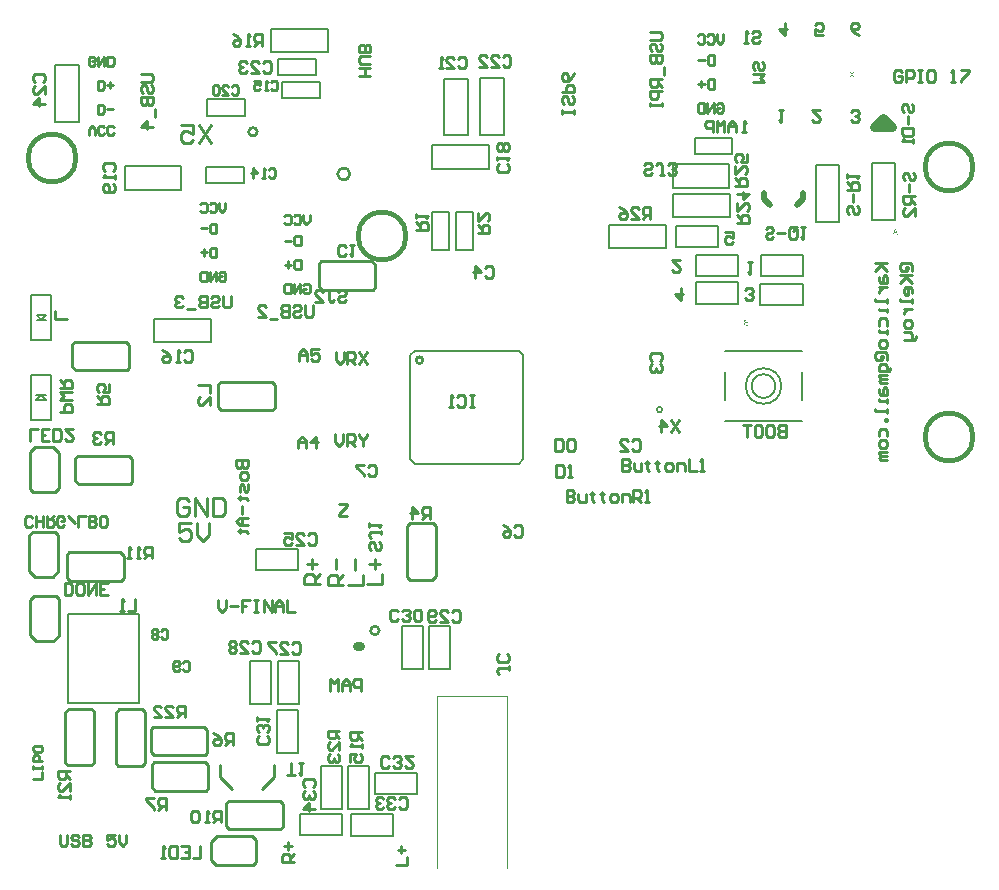
<source format=gbo>
G04 Layer_Color=32896*
%FSLAX44Y44*%
%MOMM*%
G71*
G01*
G75*
%ADD26C,0.2540*%
%ADD28C,0.4064*%
%ADD30C,0.8000*%
%ADD31C,0.5000*%
%ADD77C,0.1270*%
%ADD79C,0.2032*%
%ADD139C,0.1000*%
G36*
X995680Y621030D02*
X994989D01*
X994453Y622525D01*
X992373D01*
X991800Y621030D01*
X991055D01*
X993081Y625977D01*
X993788D01*
X995680Y621030D01*
D02*
G37*
G36*
X957092Y756561D02*
X959005Y753999D01*
X958217D01*
X956963Y755714D01*
X956931Y755757D01*
X956899Y755810D01*
X956819Y755923D01*
X956781Y755977D01*
X956754Y756020D01*
X956733Y756052D01*
X956728Y756057D01*
Y756062D01*
X956652Y755950D01*
X956620Y755902D01*
X956588Y755859D01*
X956561Y755816D01*
X956540Y755789D01*
X956529Y755768D01*
X956524Y755762D01*
X955270Y753999D01*
X954471D01*
X956326Y756593D01*
X954605Y758946D01*
X955318D01*
X956304Y757627D01*
X956385Y757520D01*
X956465Y757418D01*
X956529Y757322D01*
X956588Y757236D01*
X956636Y757166D01*
X956668Y757118D01*
X956685Y757097D01*
X956695Y757081D01*
X956701Y757075D01*
Y757070D01*
X956749Y757156D01*
X956813Y757258D01*
X956878Y757354D01*
X956942Y757456D01*
X957001Y757542D01*
X957028Y757579D01*
X957049Y757611D01*
X957070Y757638D01*
X957087Y757660D01*
X957092Y757670D01*
X957097Y757675D01*
X958003Y758946D01*
X958780D01*
X957092Y756561D01*
D02*
G37*
G36*
X869000Y543999D02*
X867119D01*
X866947Y544005D01*
X866792Y544010D01*
X866658Y544026D01*
X866594Y544032D01*
X866540Y544042D01*
X866492Y544048D01*
X866449Y544053D01*
X866411Y544064D01*
X866379Y544069D01*
X866352Y544075D01*
X866336D01*
X866326Y544080D01*
X866320D01*
X866202Y544112D01*
X866095Y544150D01*
X866004Y544192D01*
X865929Y544230D01*
X865865Y544267D01*
X865817Y544294D01*
X865790Y544316D01*
X865779Y544321D01*
X865699Y544391D01*
X865629Y544466D01*
X865565Y544541D01*
X865516Y544616D01*
X865474Y544680D01*
X865441Y544734D01*
X865431Y544755D01*
X865420Y544771D01*
X865415Y544776D01*
Y544782D01*
X865366Y544894D01*
X865329Y545012D01*
X865302Y545120D01*
X865281Y545221D01*
X865270Y545307D01*
Y545339D01*
X865265Y545371D01*
Y545398D01*
Y545414D01*
Y545425D01*
Y545430D01*
Y545511D01*
X865275Y545586D01*
X865302Y545731D01*
X865345Y545859D01*
X865388Y545966D01*
X865409Y546015D01*
X865431Y546057D01*
X865452Y546095D01*
X865474Y546127D01*
X865490Y546148D01*
X865500Y546165D01*
X865506Y546175D01*
X865511Y546181D01*
X865608Y546293D01*
X865720Y546384D01*
X865833Y546465D01*
X865945Y546524D01*
X866042Y546572D01*
X866085Y546588D01*
X866122Y546604D01*
X866154Y546615D01*
X866176Y546626D01*
X866192Y546631D01*
X866197D01*
X866074Y546701D01*
X865972Y546776D01*
X865881Y546851D01*
X865811Y546920D01*
X865752Y546985D01*
X865715Y547033D01*
X865699Y547054D01*
X865688Y547070D01*
X865683Y547076D01*
Y547081D01*
X865624Y547188D01*
X865581Y547290D01*
X865549Y547392D01*
X865527Y547483D01*
X865516Y547563D01*
X865506Y547622D01*
Y547644D01*
Y547660D01*
Y547671D01*
Y547676D01*
X865516Y547805D01*
X865538Y547923D01*
X865570Y548035D01*
X865602Y548131D01*
X865640Y548212D01*
X865656Y548249D01*
X865672Y548276D01*
X865688Y548298D01*
X865693Y548314D01*
X865704Y548325D01*
Y548330D01*
X865784Y548437D01*
X865870Y548534D01*
X865956Y548614D01*
X866042Y548678D01*
X866122Y548726D01*
X866181Y548764D01*
X866208Y548775D01*
X866224Y548785D01*
X866235Y548791D01*
X866240D01*
X866379Y548844D01*
X866524Y548882D01*
X866679Y548909D01*
X866819Y548925D01*
X866888Y548935D01*
X866947Y548941D01*
X867006D01*
X867055Y548946D01*
X869000D01*
Y543999D01*
D02*
G37*
%LPC*%
G36*
X993450Y625462D02*
X993402Y625301D01*
X993343Y625130D01*
X993284Y624958D01*
X993231Y624792D01*
X993204Y624717D01*
X993177Y624648D01*
X993156Y624583D01*
X993134Y624535D01*
X993118Y624487D01*
X993108Y624455D01*
X993097Y624433D01*
Y624428D01*
X992577Y623056D01*
X994265D01*
X993718Y624508D01*
X993660Y624685D01*
X993606Y624857D01*
X993558Y625017D01*
X993536Y625092D01*
X993520Y625162D01*
X993504Y625226D01*
X993488Y625285D01*
X993477Y625334D01*
X993467Y625382D01*
X993461Y625414D01*
X993456Y625441D01*
X993450Y625457D01*
Y625462D01*
D02*
G37*
G36*
X868346Y548362D02*
X867264D01*
X867172Y548357D01*
X867092D01*
X867017Y548351D01*
X866947Y548346D01*
X866888Y548340D01*
X866830Y548335D01*
X866781Y548330D01*
X866744Y548319D01*
X866706Y548314D01*
X866674Y548308D01*
X866653Y548303D01*
X866631Y548298D01*
X866620D01*
X866610Y548292D01*
X866529Y548260D01*
X866465Y548223D01*
X866406Y548180D01*
X866358Y548137D01*
X866320Y548099D01*
X866293Y548067D01*
X866277Y548046D01*
X866272Y548035D01*
X866229Y547965D01*
X866202Y547890D01*
X866181Y547815D01*
X866165Y547746D01*
X866154Y547687D01*
X866149Y547644D01*
Y547612D01*
Y547606D01*
Y547601D01*
X866154Y547505D01*
X866170Y547424D01*
X866192Y547349D01*
X866213Y547285D01*
X866235Y547237D01*
X866256Y547199D01*
X866272Y547178D01*
X866277Y547167D01*
X866331Y547108D01*
X866390Y547054D01*
X866454Y547011D01*
X866513Y546979D01*
X866567Y546952D01*
X866610Y546936D01*
X866642Y546926D01*
X866647Y546920D01*
X866653D01*
X866690Y546910D01*
X866733Y546904D01*
X866830Y546888D01*
X866937Y546877D01*
X867038Y546872D01*
X867130D01*
X867172Y546867D01*
X868346D01*
Y548362D01*
D02*
G37*
G36*
Y546283D02*
X867205D01*
X867038Y546277D01*
X866894Y546272D01*
X866830Y546261D01*
X866770Y546256D01*
X866717Y546250D01*
X866663Y546240D01*
X866620Y546234D01*
X866583Y546224D01*
X866556Y546218D01*
X866529Y546213D01*
X866508Y546208D01*
X866492Y546202D01*
X866487Y546197D01*
X866481D01*
X866390Y546159D01*
X866315Y546116D01*
X866245Y546073D01*
X866186Y546025D01*
X866143Y545982D01*
X866111Y545945D01*
X866090Y545923D01*
X866085Y545913D01*
X866036Y545832D01*
X865999Y545752D01*
X865977Y545672D01*
X865956Y545597D01*
X865945Y545527D01*
X865940Y545479D01*
Y545457D01*
Y545441D01*
Y545436D01*
Y545430D01*
X865945Y545345D01*
X865956Y545264D01*
X865972Y545195D01*
X865988Y545136D01*
X866010Y545082D01*
X866026Y545045D01*
X866036Y545023D01*
X866042Y545012D01*
X866079Y544948D01*
X866122Y544894D01*
X866165Y544846D01*
X866202Y544809D01*
X866240Y544776D01*
X866267Y544755D01*
X866288Y544744D01*
X866293Y544739D01*
X866352Y544707D01*
X866417Y544680D01*
X866476Y544653D01*
X866535Y544637D01*
X866588Y544621D01*
X866631Y544610D01*
X866658Y544605D01*
X866669D01*
X866722Y544600D01*
X866792Y544594D01*
X866867Y544589D01*
X866937D01*
X867006Y544584D01*
X868346D01*
Y546283D01*
D02*
G37*
%LPD*%
D26*
X453042Y708000D02*
G03*
X453042Y708000I-3592J0D01*
G01*
X556302Y285700D02*
G03*
X556302Y285700I-3592J0D01*
G01*
X593327Y514750D02*
G03*
X593327Y514750I-2827J0D01*
G01*
X531450Y672300D02*
G03*
X531450Y672300I-5080J0D01*
G01*
X421890Y161660D02*
Y171820D01*
Y161660D02*
X432050Y151500D01*
X467610Y161660D02*
Y171820D01*
X457450Y151500D02*
X467610Y161660D01*
X355500Y219250D02*
X357750Y217000D01*
Y179250D02*
Y217000D01*
X333500Y216250D02*
X336500Y219250D01*
X355500D01*
X333500Y177250D02*
Y216250D01*
X335500Y171250D02*
X355250D01*
X357750Y173750D02*
Y180500D01*
X355250Y171250D02*
X357750Y173750D01*
X333500Y173250D02*
Y177250D01*
Y173250D02*
X335500Y171250D01*
X312750Y219500D02*
X315000Y217250D01*
Y179500D02*
Y217250D01*
X290750Y216500D02*
X293750Y219500D01*
X312750D01*
X290750Y177500D02*
Y216500D01*
X292750Y171500D02*
X312500D01*
X315000Y174000D02*
Y180750D01*
X312500Y171500D02*
X315000Y174000D01*
X290750Y173500D02*
Y177500D01*
Y173500D02*
X292750Y171500D01*
X337750Y327750D02*
X340000Y330000D01*
X300000Y327750D02*
X337750D01*
X337000Y352000D02*
X340000Y349000D01*
Y330000D02*
Y349000D01*
X298000Y352000D02*
X337000D01*
X292000Y330250D02*
Y350000D01*
X294500Y327750D02*
X301250D01*
X292000Y330250D02*
X294500Y327750D01*
X294000Y352000D02*
X298000D01*
X292000Y350000D02*
X294000Y352000D01*
X472750Y117500D02*
X475000Y119750D01*
X435000Y117500D02*
X472750D01*
X472000Y141750D02*
X475000Y138750D01*
Y119750D02*
Y138750D01*
X433000Y141750D02*
X472000D01*
X427000Y120000D02*
Y139750D01*
X429500Y117500D02*
X436250D01*
X427000Y120000D02*
X429500Y117500D01*
X429000Y141750D02*
X433000D01*
X427000Y139750D02*
X429000Y141750D01*
X363750Y172000D02*
X366000Y174250D01*
X403750D01*
X363750Y153000D02*
X366750Y150000D01*
X363750Y153000D02*
Y172000D01*
X366750Y150000D02*
X405750D01*
X411750Y152000D02*
Y171750D01*
X402500Y174250D02*
X409250D01*
X411750Y171750D01*
X405750Y150000D02*
X409750D01*
X411750Y152000D01*
X408750Y180000D02*
X411000Y182250D01*
X371000Y180000D02*
X408750D01*
X408000Y204250D02*
X411000Y201250D01*
Y182250D02*
Y201250D01*
X369000Y204250D02*
X408000D01*
X363000Y182500D02*
Y202250D01*
X365500Y180000D02*
X372250D01*
X363000Y182500D02*
X365500Y180000D01*
X365000Y204250D02*
X369000D01*
X363000Y202250D02*
X365000Y204250D01*
X296500Y528000D02*
X298750Y530250D01*
X336500D01*
X296500Y509000D02*
X299500Y506000D01*
X296500Y509000D02*
Y528000D01*
X299500Y506000D02*
X338500D01*
X344500Y508000D02*
Y527750D01*
X335250Y530250D02*
X342000D01*
X344500Y527750D01*
X338500Y506000D02*
X342500D01*
X344500Y508000D01*
X580000Y330750D02*
X582250Y328500D01*
X580000Y330750D02*
Y368500D01*
X601250Y328500D02*
X604250Y331500D01*
X582250Y328500D02*
X601250D01*
X604250Y331500D02*
Y370500D01*
X582500Y376500D02*
X602250D01*
X580000Y367250D02*
Y374000D01*
X582500Y376500D01*
X604250Y370500D02*
Y374500D01*
X602250Y376500D02*
X604250Y374500D01*
X299250Y431500D02*
X301500Y433750D01*
X339250D01*
X299250Y412500D02*
X302250Y409500D01*
X299250Y412500D02*
Y431500D01*
X302250Y409500D02*
X341250D01*
X347250Y411500D02*
Y431250D01*
X338000Y433750D02*
X344750D01*
X347250Y431250D01*
X341250Y409500D02*
X345250D01*
X347250Y411500D01*
X260750Y405250D02*
X263000Y403000D01*
X282000D02*
X285000Y406000D01*
X263000Y403000D02*
X282000D01*
X260750Y405250D02*
Y436500D01*
X265250Y441000D01*
X285000Y406000D02*
Y436000D01*
X285000Y436000D02*
X285000Y436000D01*
X265250Y441000D02*
X280000D01*
X285000Y436000D01*
X449500Y87250D02*
X451750Y89500D01*
X448750Y111500D02*
X451750Y108500D01*
Y89500D02*
Y108500D01*
X418250Y87250D02*
X449500D01*
X413750Y91750D02*
X418250Y87250D01*
X418750Y111500D02*
X448750D01*
X418750Y111500D02*
X418750Y111500D01*
X413750Y91750D02*
Y106500D01*
X418750Y111500D01*
X466000Y472250D02*
X468250Y474500D01*
X428250Y472250D02*
X466000D01*
X465250Y496500D02*
X468250Y493500D01*
Y474500D02*
Y493500D01*
X426250Y496500D02*
X465250D01*
X420250Y474750D02*
Y494500D01*
X422750Y472250D02*
X429500D01*
X420250Y474750D02*
X422750Y472250D01*
X422250Y496500D02*
X426250D01*
X420250Y494500D02*
X422250Y496500D01*
X282750Y315000D02*
X285000Y312750D01*
X260750Y312000D02*
X263750Y315000D01*
X282750D01*
X285000Y281500D02*
Y312750D01*
X280500Y277000D02*
X285000Y281500D01*
X260750Y282000D02*
Y312000D01*
Y282000D02*
X260750Y282000D01*
X265750Y277000D02*
X280500D01*
X260750Y282000D02*
X265750Y277000D01*
X282250Y369250D02*
X284500Y367000D01*
X260250Y366250D02*
X263250Y369250D01*
X282250D01*
X284500Y335750D02*
Y367000D01*
X280000Y331250D02*
X284500Y335750D01*
X260250Y336250D02*
Y366250D01*
Y336250D02*
X260250Y336250D01*
X265250Y331250D02*
X280000D01*
X260250Y336250D02*
X265250Y331250D01*
X551000Y574000D02*
X553250Y576250D01*
X513250Y574000D02*
X551000D01*
X550250Y598250D02*
X553250Y595250D01*
Y576250D02*
Y595250D01*
X511250Y598250D02*
X550250D01*
X505250Y576500D02*
Y596250D01*
X507750Y574000D02*
X514500D01*
X505250Y576500D02*
X507750Y574000D01*
X507250Y598250D02*
X511250D01*
X505250Y596250D02*
X507250Y598250D01*
X975957Y596710D02*
X985953D01*
X982621D01*
X975957Y590046D01*
X980955Y595044D01*
X985953Y590046D01*
X979289Y585047D02*
Y581715D01*
X980955Y580049D01*
X985953D01*
Y585047D01*
X984287Y586713D01*
X982621Y585047D01*
Y580049D01*
X979289Y576716D02*
X985953D01*
X982621D01*
X980955Y575050D01*
X979289Y573384D01*
Y571718D01*
X985953Y566720D02*
Y563387D01*
Y565053D01*
X975957D01*
Y566720D01*
X985953Y558389D02*
Y555057D01*
Y556723D01*
X979289D01*
Y558389D01*
Y543394D02*
Y548392D01*
X980955Y550058D01*
X984287D01*
X985953Y548392D01*
Y543394D01*
Y540062D02*
Y536729D01*
Y538396D01*
X979289D01*
Y540062D01*
X985953Y530065D02*
Y526733D01*
X984287Y525066D01*
X980955D01*
X979289Y526733D01*
Y530065D01*
X980955Y531731D01*
X984287D01*
X985953Y530065D01*
X982621Y516736D02*
X980955D01*
Y518402D01*
X982621D01*
Y516736D01*
X980955Y515070D01*
X977623D01*
X975957Y516736D01*
Y520068D01*
X977623Y521734D01*
X984287D01*
X985953Y520068D01*
Y515070D01*
X989286Y508405D02*
Y506739D01*
X987619Y505073D01*
X979289D01*
Y510071D01*
X980955Y511737D01*
X984287D01*
X985953Y510071D01*
Y505073D01*
Y501741D02*
X979289D01*
Y500075D01*
X980955Y498408D01*
X985953D01*
X980955D01*
X979289Y496742D01*
X980955Y495076D01*
X985953D01*
X979289Y490078D02*
Y486745D01*
X980955Y485079D01*
X985953D01*
Y490078D01*
X984287Y491744D01*
X982621Y490078D01*
Y485079D01*
X985953Y481747D02*
Y478415D01*
Y480081D01*
X979289D01*
Y481747D01*
X985953Y473416D02*
Y470084D01*
Y471750D01*
X975957D01*
Y473416D01*
X985953Y465086D02*
X984287D01*
Y463420D01*
X985953D01*
Y465086D01*
X979289Y450091D02*
Y455089D01*
X980955Y456755D01*
X984287D01*
X985953Y455089D01*
Y450091D01*
Y445092D02*
Y441760D01*
X984287Y440094D01*
X980955D01*
X979289Y441760D01*
Y445092D01*
X980955Y446758D01*
X984287D01*
X985953Y445092D01*
Y436762D02*
X979289D01*
Y435095D01*
X980955Y433429D01*
X985953D01*
X980955D01*
X979289Y431763D01*
X980955Y430097D01*
X985953D01*
X1004045Y591712D02*
X1002379D01*
Y593378D01*
X1004045D01*
Y591712D01*
X1002379Y590046D01*
X999047D01*
X997381Y591712D01*
Y595044D01*
X999047Y596710D01*
X1005712D01*
X1007378Y595044D01*
Y590046D01*
X997381Y586713D02*
X1007378D01*
X1004045D01*
X997381Y580049D01*
X1002379Y585047D01*
X1007378Y580049D01*
Y571718D02*
Y575050D01*
X1005712Y576716D01*
X1002379D01*
X1000713Y575050D01*
Y571718D01*
X1002379Y570052D01*
X1004045D01*
Y576716D01*
X1007378Y566720D02*
Y563387D01*
Y565053D01*
X997381D01*
Y566720D01*
X1000713Y558389D02*
X1007378D01*
X1004045D01*
X1002379Y556723D01*
X1000713Y555057D01*
Y553391D01*
X1007378Y546726D02*
Y543394D01*
X1005712Y541728D01*
X1002379D01*
X1000713Y543394D01*
Y546726D01*
X1002379Y548392D01*
X1005712D01*
X1007378Y546726D01*
X1000713Y538396D02*
X1005712D01*
X1007378Y536729D01*
Y531731D01*
X1009044D01*
X1010710Y533397D01*
Y535063D01*
X1007378Y531731D02*
X1000713D01*
X666247Y255914D02*
Y252582D01*
Y254248D01*
X657916D01*
X656250Y252582D01*
Y250916D01*
X657916Y249250D01*
X664581Y265911D02*
X666247Y264245D01*
Y260913D01*
X664581Y259247D01*
X657916D01*
X656250Y260913D01*
Y264245D01*
X657916Y265911D01*
X587750Y624954D02*
X597747D01*
Y629953D01*
X596081Y631619D01*
X592748D01*
X591082Y629953D01*
Y624954D01*
Y628287D02*
X587750Y631619D01*
Y634951D02*
Y638284D01*
Y636617D01*
X597747D01*
X596081Y634951D01*
X496086Y366331D02*
X497752Y367997D01*
X501084D01*
X502750Y366331D01*
Y359666D01*
X501084Y358000D01*
X497752D01*
X496086Y359666D01*
X486089Y358000D02*
X492753D01*
X486089Y364664D01*
Y366331D01*
X487755Y367997D01*
X491087D01*
X492753Y366331D01*
X476092Y367997D02*
X482756D01*
Y362998D01*
X479424Y364664D01*
X477758D01*
X476092Y362998D01*
Y359666D01*
X477758Y358000D01*
X481090D01*
X482756Y359666D01*
X435253Y429750D02*
X445250D01*
Y424752D01*
X443584Y423086D01*
X441918D01*
X440252Y424752D01*
Y429750D01*
Y424752D01*
X438586Y423086D01*
X436919D01*
X435253Y424752D01*
Y429750D01*
X445250Y418087D02*
Y414755D01*
X443584Y413089D01*
X440252D01*
X438586Y414755D01*
Y418087D01*
X440252Y419753D01*
X443584D01*
X445250Y418087D01*
Y409756D02*
Y404758D01*
X443584Y403092D01*
X441918Y404758D01*
Y408090D01*
X440252Y409756D01*
X438586Y408090D01*
Y403092D01*
X436919Y398093D02*
X438586D01*
Y399760D01*
Y396427D01*
Y398093D01*
X443584D01*
X445250Y396427D01*
X440252Y391429D02*
Y384765D01*
X445250Y381432D02*
X438586D01*
X435253Y378100D01*
X438586Y374768D01*
X445250D01*
X440252D01*
Y381432D01*
X436919Y369769D02*
X438586D01*
Y371436D01*
Y368103D01*
Y369769D01*
X443584D01*
X445250Y368103D01*
X392000Y212250D02*
Y222247D01*
X387002D01*
X385336Y220581D01*
Y217248D01*
X387002Y215582D01*
X392000D01*
X388668D02*
X385336Y212250D01*
X375339D02*
X382003D01*
X375339Y218915D01*
Y220581D01*
X377005Y222247D01*
X380337D01*
X382003Y220581D01*
X365342Y212250D02*
X372006D01*
X365342Y218915D01*
Y220581D01*
X367008Y222247D01*
X370340D01*
X372006Y220581D01*
X294750Y166750D02*
X284753D01*
Y161752D01*
X286419Y160086D01*
X289752D01*
X291418Y161752D01*
Y166750D01*
Y163418D02*
X294750Y160086D01*
Y150089D02*
Y156753D01*
X288085Y150089D01*
X286419D01*
X284753Y151755D01*
Y155087D01*
X286419Y156753D01*
X294750Y146756D02*
Y143424D01*
Y145090D01*
X284753D01*
X286419Y146756D01*
X364250Y346750D02*
Y356747D01*
X359252D01*
X357585Y355081D01*
Y351748D01*
X359252Y350082D01*
X364250D01*
X360918D02*
X357585Y346750D01*
X354253D02*
X350921D01*
X352587D01*
Y356747D01*
X354253Y355081D01*
X345923Y346750D02*
X342590D01*
X344256D01*
Y356747D01*
X345923Y355081D01*
X422250Y123250D02*
Y133247D01*
X417252D01*
X415586Y131581D01*
Y128248D01*
X417252Y126582D01*
X422250D01*
X418918D02*
X415586Y123250D01*
X412253D02*
X408921D01*
X410587D01*
Y133247D01*
X412253Y131581D01*
X403923D02*
X402256Y133247D01*
X398924D01*
X397258Y131581D01*
Y124916D01*
X398924Y123250D01*
X402256D01*
X403923Y124916D01*
Y131581D01*
X375500Y134000D02*
Y143997D01*
X370502D01*
X368835Y142331D01*
Y138998D01*
X370502Y137332D01*
X375500D01*
X372168D02*
X368835Y134000D01*
X365503Y143997D02*
X358839D01*
Y142331D01*
X365503Y135666D01*
Y134000D01*
X432250Y188750D02*
Y198747D01*
X427252D01*
X425586Y197081D01*
Y193748D01*
X427252Y192082D01*
X432250D01*
X428918D02*
X425586Y188750D01*
X415589Y198747D02*
X418921Y197081D01*
X422253Y193748D01*
Y190416D01*
X420587Y188750D01*
X417255D01*
X415589Y190416D01*
Y192082D01*
X417255Y193748D01*
X422253D01*
X285750Y112997D02*
Y104666D01*
X287416Y103000D01*
X290748D01*
X292414Y104666D01*
Y112997D01*
X302411Y111331D02*
X300745Y112997D01*
X297413D01*
X295747Y111331D01*
Y109664D01*
X297413Y107998D01*
X300745D01*
X302411Y106332D01*
Y104666D01*
X300745Y103000D01*
X297413D01*
X295747Y104666D01*
X305744Y112997D02*
Y103000D01*
X310742D01*
X312408Y104666D01*
Y106332D01*
X310742Y107998D01*
X305744D01*
X310742D01*
X312408Y109664D01*
Y111331D01*
X310742Y112997D01*
X305744D01*
X332402D02*
X325737D01*
Y107998D01*
X329069Y109664D01*
X330736D01*
X332402Y107998D01*
Y104666D01*
X330736Y103000D01*
X327403D01*
X325737Y104666D01*
X335734Y112997D02*
Y106332D01*
X339066Y103000D01*
X342398Y106332D01*
Y112997D01*
X260500Y446503D02*
Y456500D01*
X267164D01*
X277161Y446503D02*
X270497D01*
Y456500D01*
X277161D01*
X270497Y451502D02*
X273829D01*
X280494Y446503D02*
Y456500D01*
X285492D01*
X287158Y454834D01*
Y448169D01*
X285492Y446503D01*
X280494D01*
X297155Y456500D02*
X290490D01*
X297155Y449836D01*
Y448169D01*
X295489Y446503D01*
X292157D01*
X290490Y448169D01*
X405000Y102997D02*
Y93000D01*
X398335D01*
X388339Y102997D02*
X395003D01*
Y93000D01*
X388339D01*
X395003Y97998D02*
X391671D01*
X385006Y102997D02*
Y93000D01*
X380008D01*
X378342Y94666D01*
Y101331D01*
X380008Y102997D01*
X385006D01*
X375010Y93000D02*
X371677D01*
X373344D01*
Y102997D01*
X375010Y101331D01*
X290000Y316003D02*
Y326000D01*
X294998D01*
X296665Y324334D01*
Y317669D01*
X294998Y316003D01*
X290000D01*
X304995D02*
X301663D01*
X299997Y317669D01*
Y324334D01*
X301663Y326000D01*
X304995D01*
X306661Y324334D01*
Y317669D01*
X304995Y316003D01*
X309994Y326000D02*
Y316003D01*
X316658Y326000D01*
Y316003D01*
X326655D02*
X319990D01*
Y326000D01*
X326655D01*
X319990Y321002D02*
X323323D01*
X262748Y375252D02*
X261249Y373753D01*
X258249D01*
X256750Y375252D01*
Y381250D01*
X258249Y382750D01*
X261249D01*
X262748Y381250D01*
X265747Y373753D02*
Y382750D01*
Y378251D01*
X271745D01*
Y373753D01*
Y382750D01*
X274744D02*
Y373753D01*
X279243D01*
X280742Y375252D01*
Y378251D01*
X279243Y379751D01*
X274744D01*
X277743D02*
X280742Y382750D01*
X289739Y375252D02*
X288240Y373753D01*
X285241D01*
X283741Y375252D01*
Y381250D01*
X285241Y382750D01*
X288240D01*
X289739Y381250D01*
Y378251D01*
X286740D01*
X292738Y382750D02*
X298736Y376752D01*
X301735Y373753D02*
Y382750D01*
X307733D01*
X310732Y373753D02*
Y382750D01*
X315231D01*
X316731Y381250D01*
Y379751D01*
X315231Y378251D01*
X310732D01*
X315231D01*
X316731Y376752D01*
Y375252D01*
X315231Y373753D01*
X310732D01*
X324228D02*
X321229D01*
X319730Y375252D01*
Y381250D01*
X321229Y382750D01*
X324228D01*
X325728Y381250D01*
Y375252D01*
X324228Y373753D01*
X390168Y258414D02*
X391501Y259747D01*
X394167D01*
X395500Y258414D01*
Y253083D01*
X394167Y251750D01*
X391501D01*
X390168Y253083D01*
X387503D02*
X386170Y251750D01*
X383504D01*
X382171Y253083D01*
Y258414D01*
X383504Y259747D01*
X386170D01*
X387503Y258414D01*
Y257082D01*
X386170Y255749D01*
X382171D01*
X371668Y285415D02*
X373001Y286747D01*
X375667D01*
X377000Y285415D01*
Y280083D01*
X375667Y278750D01*
X373001D01*
X371668Y280083D01*
X369003Y285415D02*
X367670Y286747D01*
X365004D01*
X363671Y285415D01*
Y284082D01*
X365004Y282749D01*
X363671Y281416D01*
Y280083D01*
X365004Y278750D01*
X367670D01*
X369003Y280083D01*
Y281416D01*
X367670Y282749D01*
X369003Y284082D01*
Y285415D01*
X367670Y282749D02*
X365004D01*
X402753Y493250D02*
X412750D01*
Y486586D01*
Y476589D02*
Y483253D01*
X406086Y476589D01*
X404419D01*
X402753Y478255D01*
Y481587D01*
X404419Y483253D01*
X810250Y463747D02*
X803586Y453750D01*
Y463747D02*
X810250Y453750D01*
X795255D02*
Y463747D01*
X800253Y458748D01*
X793589D01*
X528414Y604169D02*
X526748Y602503D01*
X523416D01*
X521750Y604169D01*
Y610834D01*
X523416Y612500D01*
X526748D01*
X528414Y610834D01*
X531747Y612500D02*
X535079D01*
X533413D01*
Y602503D01*
X531747Y604169D01*
X721497Y723000D02*
Y726332D01*
Y724666D01*
X711500D01*
Y723000D01*
Y726332D01*
X719831Y737995D02*
X721497Y736329D01*
Y732997D01*
X719831Y731331D01*
X718165D01*
X716498Y732997D01*
Y736329D01*
X714832Y737995D01*
X713166D01*
X711500Y736329D01*
Y732997D01*
X713166Y731331D01*
X711500Y741327D02*
X721497D01*
Y746326D01*
X719831Y747992D01*
X716498D01*
X714832Y746326D01*
Y741327D01*
X721497Y757989D02*
X719831Y754657D01*
X716498Y751324D01*
X713166D01*
X711500Y752990D01*
Y756323D01*
X713166Y757989D01*
X714832D01*
X716498Y756323D01*
Y751324D01*
X715000Y404747D02*
Y394750D01*
X719998D01*
X721665Y396416D01*
Y398082D01*
X719998Y399748D01*
X715000D01*
X719998D01*
X721665Y401414D01*
Y403081D01*
X719998Y404747D01*
X715000D01*
X724997Y401414D02*
Y396416D01*
X726663Y394750D01*
X731661D01*
Y401414D01*
X736660Y403081D02*
Y401414D01*
X734994D01*
X738326D01*
X736660D01*
Y396416D01*
X738326Y394750D01*
X744990Y403081D02*
Y401414D01*
X743324D01*
X746656D01*
X744990D01*
Y396416D01*
X746656Y394750D01*
X753321D02*
X756653D01*
X758319Y396416D01*
Y399748D01*
X756653Y401414D01*
X753321D01*
X751655Y399748D01*
Y396416D01*
X753321Y394750D01*
X761652D02*
Y401414D01*
X766650D01*
X768316Y399748D01*
Y394750D01*
X771648D02*
Y404747D01*
X776647D01*
X778313Y403081D01*
Y399748D01*
X776647Y398082D01*
X771648D01*
X774981D02*
X778313Y394750D01*
X781645D02*
X784977D01*
X783311D01*
Y404747D01*
X781645Y403081D01*
X761750Y430747D02*
Y420750D01*
X766748D01*
X768415Y422416D01*
Y424082D01*
X766748Y425748D01*
X761750D01*
X766748D01*
X768415Y427415D01*
Y429081D01*
X766748Y430747D01*
X761750D01*
X771747Y427415D02*
Y422416D01*
X773413Y420750D01*
X778411D01*
Y427415D01*
X783410Y429081D02*
Y427415D01*
X781743D01*
X785076D01*
X783410D01*
Y422416D01*
X785076Y420750D01*
X791740Y429081D02*
Y427415D01*
X790074D01*
X793406D01*
X791740D01*
Y422416D01*
X793406Y420750D01*
X800071D02*
X803403D01*
X805069Y422416D01*
Y425748D01*
X803403Y427415D01*
X800071D01*
X798405Y425748D01*
Y422416D01*
X800071Y420750D01*
X808402D02*
Y427415D01*
X813400D01*
X815066Y425748D01*
Y420750D01*
X818398Y430747D02*
Y420750D01*
X825063D01*
X828395D02*
X831727D01*
X830061D01*
Y430747D01*
X828395Y429081D01*
X546836Y424581D02*
X548502Y426247D01*
X551834D01*
X553500Y424581D01*
Y417916D01*
X551834Y416250D01*
X548502D01*
X546836Y417916D01*
X543503Y426247D02*
X536839D01*
Y424581D01*
X543503Y417916D01*
Y416250D01*
X670835Y373581D02*
X672502Y375247D01*
X675834D01*
X677500Y373581D01*
Y366916D01*
X675834Y365250D01*
X672502D01*
X670835Y366916D01*
X660839Y375247D02*
X664171Y373581D01*
X667503Y370248D01*
Y366916D01*
X665837Y365250D01*
X662505D01*
X660839Y366916D01*
Y368582D01*
X662505Y370248D01*
X667503D01*
X521836Y572581D02*
X523502Y574247D01*
X526834D01*
X528500Y572581D01*
Y570914D01*
X526834Y569248D01*
X523502D01*
X521836Y567582D01*
Y565916D01*
X523502Y564250D01*
X526834D01*
X528500Y565916D01*
X511839Y574247D02*
X515171D01*
X513505D01*
Y565916D01*
X515171Y564250D01*
X516837D01*
X518503Y565916D01*
X501842Y564250D02*
X508507D01*
X501842Y570914D01*
Y572581D01*
X503508Y574247D01*
X506840D01*
X508507Y572581D01*
X555831Y360415D02*
X557497Y358748D01*
Y355416D01*
X555831Y353750D01*
X554165D01*
X552498Y355416D01*
Y358748D01*
X550832Y360415D01*
X549166D01*
X547500Y358748D01*
Y355416D01*
X549166Y353750D01*
X557497Y370411D02*
Y367079D01*
Y368745D01*
X549166D01*
X547500Y367079D01*
Y365413D01*
X549166Y363747D01*
X547500Y373744D02*
Y377076D01*
Y375410D01*
X557497D01*
X555831Y373744D01*
X787169Y514336D02*
X785503Y516002D01*
Y519334D01*
X787169Y521000D01*
X793834D01*
X795500Y519334D01*
Y516002D01*
X793834Y514336D01*
X787169Y511003D02*
X785503Y509337D01*
Y506005D01*
X787169Y504339D01*
X788836D01*
X790502Y506005D01*
Y507671D01*
Y506005D01*
X792168Y504339D01*
X793834D01*
X795500Y506005D01*
Y509337D01*
X793834Y511003D01*
X317500Y477750D02*
X327497D01*
Y482748D01*
X325831Y484414D01*
X322498D01*
X320832Y482748D01*
Y477750D01*
Y481082D02*
X317500Y484414D01*
X327497Y494411D02*
Y487747D01*
X322498D01*
X324165Y491079D01*
Y492745D01*
X322498Y494411D01*
X319166D01*
X317500Y492745D01*
Y489413D01*
X319166Y487747D01*
X599000Y380250D02*
Y390247D01*
X594002D01*
X592336Y388581D01*
Y385248D01*
X594002Y383582D01*
X599000D01*
X595668D02*
X592336Y380250D01*
X584005D02*
Y390247D01*
X589003Y385248D01*
X582339D01*
X331000Y443500D02*
Y453497D01*
X326002D01*
X324336Y451831D01*
Y448498D01*
X326002Y446832D01*
X331000D01*
X327668D02*
X324336Y443500D01*
X321003Y451831D02*
X319337Y453497D01*
X316005D01*
X314339Y451831D01*
Y450164D01*
X316005Y448498D01*
X317671D01*
X316005D01*
X314339Y446832D01*
Y445166D01*
X316005Y443500D01*
X319337D01*
X321003Y445166D01*
X639750Y622705D02*
X649747D01*
Y627703D01*
X648081Y629369D01*
X644748D01*
X643082Y627703D01*
Y622705D01*
Y626037D02*
X639750Y629369D01*
Y639366D02*
Y632701D01*
X646414Y639366D01*
X648081D01*
X649747Y637700D01*
Y634367D01*
X648081Y632701D01*
X900800Y459567D02*
Y449570D01*
X895802D01*
X894136Y451236D01*
Y452902D01*
X895802Y454568D01*
X900800D01*
X895802D01*
X894136Y456235D01*
Y457901D01*
X895802Y459567D01*
X900800D01*
X885805D02*
X889137D01*
X890803Y457901D01*
Y451236D01*
X889137Y449570D01*
X885805D01*
X884139Y451236D01*
Y457901D01*
X885805Y459567D01*
X875808D02*
X879140D01*
X880806Y457901D01*
Y451236D01*
X879140Y449570D01*
X875808D01*
X874142Y451236D01*
Y457901D01*
X875808Y459567D01*
X870810D02*
X864145D01*
X867477D01*
Y449570D01*
X646086Y592581D02*
X647752Y594247D01*
X651084D01*
X652750Y592581D01*
Y585916D01*
X651084Y584250D01*
X647752D01*
X646086Y585916D01*
X637755Y584250D02*
Y594247D01*
X642753Y589248D01*
X636089D01*
X292247Y549750D02*
X282250D01*
Y556414D01*
X286500Y471000D02*
X296497D01*
Y475998D01*
X294831Y477664D01*
X291498D01*
X289832Y475998D01*
Y471000D01*
X296497Y480997D02*
X286500D01*
X289832Y484329D01*
X286500Y487661D01*
X296497D01*
X286500Y490994D02*
X296497D01*
Y495992D01*
X294831Y497658D01*
X291498D01*
X289832Y495992D01*
Y490994D01*
Y494326D02*
X286500Y497658D01*
X478250Y163753D02*
X484915D01*
X481582D01*
Y173750D01*
X488247D02*
X491579D01*
X489913D01*
Y163753D01*
X488247Y165419D01*
X263253Y160250D02*
X271250D01*
Y165582D01*
X263253Y168247D02*
Y170913D01*
Y169580D01*
X271250D01*
Y168247D01*
Y170913D01*
Y174912D02*
X263253D01*
Y178911D01*
X264585Y180244D01*
X267251D01*
X268584Y178911D01*
Y174912D01*
X263253Y186908D02*
Y184242D01*
X264585Y182909D01*
X269917D01*
X271250Y184242D01*
Y186908D01*
X269917Y188241D01*
X264585D01*
X263253Y186908D01*
X350000Y312247D02*
Y302250D01*
X343335D01*
X340003D02*
X336671D01*
X338337D01*
Y312247D01*
X340003Y310581D01*
X770335Y445831D02*
X772002Y447497D01*
X775334D01*
X777000Y445831D01*
Y439166D01*
X775334Y437500D01*
X772002D01*
X770335Y439166D01*
X760339Y437500D02*
X767003D01*
X760339Y444165D01*
Y445831D01*
X762005Y447497D01*
X765337D01*
X767003Y445831D01*
X637000Y484747D02*
X633668D01*
X635334D01*
Y474750D01*
X637000D01*
X633668D01*
X622005Y483081D02*
X623671Y484747D01*
X627003D01*
X628669Y483081D01*
Y476416D01*
X627003Y474750D01*
X623671D01*
X622005Y476416D01*
X618673Y474750D02*
X615340D01*
X617006D01*
Y484747D01*
X618673Y483081D01*
X867000Y707500D02*
X863668D01*
X865334D01*
Y717497D01*
X867000Y715831D01*
X858669Y707500D02*
Y714165D01*
X855337Y717497D01*
X852005Y714165D01*
Y707500D01*
Y712498D01*
X858669D01*
X848673Y707500D02*
Y717497D01*
X845340Y714165D01*
X842008Y717497D01*
Y707500D01*
X838676D02*
Y717497D01*
X833677D01*
X832011Y715831D01*
Y712498D01*
X833677Y710832D01*
X838676D01*
X868750Y597750D02*
X872082D01*
X870416D01*
Y587753D01*
X868750Y589419D01*
X810915Y599250D02*
X804250D01*
X810915Y592585D01*
Y590919D01*
X809248Y589253D01*
X805916D01*
X804250Y590919D01*
X866500Y567419D02*
X868166Y565753D01*
X871498D01*
X873165Y567419D01*
Y569086D01*
X871498Y570752D01*
X869832D01*
X871498D01*
X873165Y572418D01*
Y574084D01*
X871498Y575750D01*
X868166D01*
X866500Y574084D01*
X811748Y576000D02*
Y566003D01*
X806750Y571002D01*
X813415D01*
X849335Y623247D02*
X856000D01*
Y618248D01*
X852668Y619915D01*
X851002D01*
X849335Y618248D01*
Y614916D01*
X851002Y613250D01*
X854334D01*
X856000Y614916D01*
X462668Y675665D02*
X464001Y676997D01*
X466667D01*
X468000Y675665D01*
Y670333D01*
X466667Y669000D01*
X464001D01*
X462668Y670333D01*
X460003Y669000D02*
X457337D01*
X458670D01*
Y676997D01*
X460003Y675665D01*
X449339Y669000D02*
Y676997D01*
X453338Y672999D01*
X448006D01*
X464668Y749915D02*
X466001Y751247D01*
X468667D01*
X470000Y749915D01*
Y744583D01*
X468667Y743250D01*
X466001D01*
X464668Y744583D01*
X462003Y743250D02*
X459337D01*
X460670D01*
Y751247D01*
X462003Y749915D01*
X450006Y751247D02*
X455338D01*
Y747249D01*
X452672Y748582D01*
X451339D01*
X450006Y747249D01*
Y744583D01*
X451339Y743250D01*
X454005D01*
X455338Y744583D01*
X390835Y521331D02*
X392502Y522997D01*
X395834D01*
X397500Y521331D01*
Y514666D01*
X395834Y513000D01*
X392502D01*
X390835Y514666D01*
X387503Y513000D02*
X384171D01*
X385837D01*
Y522997D01*
X387503Y521331D01*
X372508Y522997D02*
X375840Y521331D01*
X379173Y517998D01*
Y514666D01*
X377506Y513000D01*
X374174D01*
X372508Y514666D01*
Y516332D01*
X374174Y517998D01*
X379173D01*
X664331Y680415D02*
X665997Y678748D01*
Y675416D01*
X664331Y673750D01*
X657666D01*
X656000Y675416D01*
Y678748D01*
X657666Y680415D01*
X656000Y683747D02*
Y687079D01*
Y685413D01*
X665997D01*
X664331Y683747D01*
Y692077D02*
X665997Y693744D01*
Y697076D01*
X664331Y698742D01*
X662664D01*
X660998Y697076D01*
X659332Y698742D01*
X657666D01*
X656000Y697076D01*
Y693744D01*
X657666Y692077D01*
X659332D01*
X660998Y693744D01*
X662664Y692077D01*
X664331D01*
X660998Y693744D02*
Y697076D01*
X324169Y675086D02*
X322503Y676752D01*
Y680084D01*
X324169Y681750D01*
X330834D01*
X332500Y680084D01*
Y676752D01*
X330834Y675086D01*
X332500Y671753D02*
Y668421D01*
Y670087D01*
X322503D01*
X324169Y671753D01*
X330834Y663423D02*
X332500Y661756D01*
Y658424D01*
X330834Y656758D01*
X324169D01*
X322503Y658424D01*
Y661756D01*
X324169Y663423D01*
X325835D01*
X327502Y661756D01*
Y656758D01*
X431418Y745915D02*
X432751Y747247D01*
X435417D01*
X436750Y745915D01*
Y740583D01*
X435417Y739250D01*
X432751D01*
X431418Y740583D01*
X423421Y739250D02*
X428753D01*
X423421Y744582D01*
Y745915D01*
X424754Y747247D01*
X427420D01*
X428753Y745915D01*
X420755D02*
X419422Y747247D01*
X416756D01*
X415424Y745915D01*
Y740583D01*
X416756Y739250D01*
X419422D01*
X420755Y740583D01*
Y745915D01*
X623344Y769970D02*
X625011Y771636D01*
X628343D01*
X630009Y769970D01*
Y763305D01*
X628343Y761639D01*
X625011D01*
X623344Y763305D01*
X613348Y761639D02*
X620012D01*
X613348Y768304D01*
Y769970D01*
X615014Y771636D01*
X618346D01*
X620012Y769970D01*
X610015Y761639D02*
X606683D01*
X608349D01*
Y771636D01*
X610015Y769970D01*
X660835Y771331D02*
X662502Y772997D01*
X665834D01*
X667500Y771331D01*
Y764666D01*
X665834Y763000D01*
X662502D01*
X660835Y764666D01*
X650839Y763000D02*
X657503D01*
X650839Y769665D01*
Y771331D01*
X652505Y772997D01*
X655837D01*
X657503Y771331D01*
X640842Y763000D02*
X647506D01*
X640842Y769665D01*
Y771331D01*
X642508Y772997D01*
X645840D01*
X647506Y771331D01*
X458086Y766331D02*
X459752Y767997D01*
X463084D01*
X464750Y766331D01*
Y759666D01*
X463084Y758000D01*
X459752D01*
X458086Y759666D01*
X448089Y758000D02*
X454753D01*
X448089Y764665D01*
Y766331D01*
X449755Y767997D01*
X453087D01*
X454753Y766331D01*
X444756D02*
X443090Y767997D01*
X439758D01*
X438092Y766331D01*
Y764665D01*
X439758Y762998D01*
X441424D01*
X439758D01*
X438092Y761332D01*
Y759666D01*
X439758Y758000D01*
X443090D01*
X444756Y759666D01*
X265169Y750086D02*
X263503Y751752D01*
Y755084D01*
X265169Y756750D01*
X271834D01*
X273500Y755084D01*
Y751752D01*
X271834Y750086D01*
X273500Y740089D02*
Y746753D01*
X266835Y740089D01*
X265169D01*
X263503Y741755D01*
Y745087D01*
X265169Y746753D01*
X273500Y731758D02*
X263503D01*
X268502Y736756D01*
Y730092D01*
X548997Y755250D02*
X539000D01*
X543998D01*
Y761915D01*
X548997D01*
X539000D01*
X548997Y765247D02*
X540666D01*
X539000Y766913D01*
Y770245D01*
X540666Y771911D01*
X548997D01*
Y775244D02*
X539000D01*
Y780242D01*
X540666Y781908D01*
X542332D01*
X543998Y780242D01*
Y775244D01*
Y780242D01*
X545664Y781908D01*
X547331D01*
X548997Y780242D01*
Y775244D01*
X457250Y780750D02*
Y790747D01*
X452252D01*
X450586Y789081D01*
Y785748D01*
X452252Y784082D01*
X457250D01*
X453918D02*
X450586Y780750D01*
X447253D02*
X443921D01*
X445587D01*
Y790747D01*
X447253Y789081D01*
X432258Y790747D02*
X435590Y789081D01*
X438923Y785748D01*
Y782416D01*
X437256Y780750D01*
X433924D01*
X432258Y782416D01*
Y784082D01*
X433924Y785748D01*
X438923D01*
X859500Y630750D02*
X869497D01*
Y635748D01*
X867831Y637415D01*
X864498D01*
X862832Y635748D01*
Y630750D01*
Y634082D02*
X859500Y637415D01*
Y647411D02*
Y640747D01*
X866164Y647411D01*
X867831D01*
X869497Y645745D01*
Y642413D01*
X867831Y640747D01*
X859500Y655742D02*
X869497D01*
X864498Y650744D01*
Y657408D01*
X858000Y662500D02*
X867997D01*
Y667498D01*
X866331Y669165D01*
X862998D01*
X861332Y667498D01*
Y662500D01*
Y665832D02*
X858000Y669165D01*
Y679161D02*
Y672497D01*
X864665Y679161D01*
X866331D01*
X867997Y677495D01*
Y674163D01*
X866331Y672497D01*
X867997Y689158D02*
Y682494D01*
X862998D01*
X864665Y685826D01*
Y687492D01*
X862998Y689158D01*
X859666D01*
X858000Y687492D01*
Y684160D01*
X859666Y682494D01*
X786000Y634000D02*
Y643997D01*
X781002D01*
X779335Y642331D01*
Y638998D01*
X781002Y637332D01*
X786000D01*
X782668D02*
X779335Y634000D01*
X769339D02*
X776003D01*
X769339Y640665D01*
Y642331D01*
X771005Y643997D01*
X774337D01*
X776003Y642331D01*
X759342Y643997D02*
X762674Y642331D01*
X766006Y638998D01*
Y635666D01*
X764340Y634000D01*
X761008D01*
X759342Y635666D01*
Y637332D01*
X761008Y638998D01*
X766006D01*
X871835Y791831D02*
X873502Y793497D01*
X876834D01*
X878500Y791831D01*
Y790164D01*
X876834Y788498D01*
X873502D01*
X871835Y786832D01*
Y785166D01*
X873502Y783500D01*
X876834D01*
X878500Y785166D01*
X868503Y783500D02*
X865171D01*
X866837D01*
Y793497D01*
X868503Y791831D01*
X1000419Y724836D02*
X998753Y726502D01*
Y729834D01*
X1000419Y731500D01*
X1002085D01*
X1003752Y729834D01*
Y726502D01*
X1005418Y724836D01*
X1007084D01*
X1008750Y726502D01*
Y729834D01*
X1007084Y731500D01*
X1003752Y721503D02*
Y714839D01*
X998753Y711507D02*
X1008750D01*
Y706508D01*
X1007084Y704842D01*
X1000419D01*
X998753Y706508D01*
Y711507D01*
X1008750Y701510D02*
Y698177D01*
Y699844D01*
X998753D01*
X1000419Y701510D01*
X890164Y618669D02*
X888498Y617003D01*
X885166D01*
X883500Y618669D01*
Y620336D01*
X885166Y622002D01*
X888498D01*
X890164Y623668D01*
Y625334D01*
X888498Y627000D01*
X885166D01*
X883500Y625334D01*
X893497Y622002D02*
X900161D01*
X910158Y625334D02*
Y618669D01*
X908492Y617003D01*
X905160D01*
X903493Y618669D01*
Y625334D01*
X905160Y627000D01*
X908492D01*
X906826Y623668D02*
X910158Y627000D01*
X908492D02*
X910158Y625334D01*
X913490Y627000D02*
X916823D01*
X915156D01*
Y617003D01*
X913490Y618669D01*
X960831Y645415D02*
X962497Y643748D01*
Y640416D01*
X960831Y638750D01*
X959165D01*
X957498Y640416D01*
Y643748D01*
X955832Y645415D01*
X954166D01*
X952500Y643748D01*
Y640416D01*
X954166Y638750D01*
X957498Y648747D02*
Y655411D01*
X952500Y658744D02*
X962497D01*
Y663742D01*
X960831Y665408D01*
X957498D01*
X955832Y663742D01*
Y658744D01*
Y662076D02*
X952500Y665408D01*
Y668740D02*
Y672073D01*
Y670406D01*
X962497D01*
X960831Y668740D01*
X1001419Y666835D02*
X999753Y668502D01*
Y671834D01*
X1001419Y673500D01*
X1003085D01*
X1004752Y671834D01*
Y668502D01*
X1006418Y666835D01*
X1008084D01*
X1009750Y668502D01*
Y671834D01*
X1008084Y673500D01*
X1004752Y663503D02*
Y656839D01*
X1009750Y653506D02*
X999753D01*
Y648508D01*
X1001419Y646842D01*
X1004752D01*
X1006418Y648508D01*
Y653506D01*
Y650174D02*
X1009750Y646842D01*
Y636845D02*
Y643510D01*
X1003085Y636845D01*
X1001419D01*
X999753Y638511D01*
Y641843D01*
X1001419Y643510D01*
X787664Y673419D02*
X785998Y671753D01*
X782666D01*
X781000Y673419D01*
Y675086D01*
X782666Y676752D01*
X785998D01*
X787664Y678418D01*
Y680084D01*
X785998Y681750D01*
X782666D01*
X781000Y680084D01*
X797661Y671753D02*
X794329D01*
X795995D01*
Y680084D01*
X794329Y681750D01*
X792663D01*
X790997Y680084D01*
X800994Y673419D02*
X802660Y671753D01*
X805992D01*
X807658Y673419D01*
Y675086D01*
X805992Y676752D01*
X804326D01*
X805992D01*
X807658Y678418D01*
Y680084D01*
X805992Y681750D01*
X802660D01*
X800994Y680084D01*
X482585Y274581D02*
X484252Y276247D01*
X487584D01*
X489250Y274581D01*
Y267916D01*
X487584Y266250D01*
X484252D01*
X482585Y267916D01*
X472589Y266250D02*
X479253D01*
X472589Y272915D01*
Y274581D01*
X474255Y276247D01*
X477587D01*
X479253Y274581D01*
X469256Y276247D02*
X462592D01*
Y274581D01*
X469256Y267916D01*
Y266250D01*
X448835Y275081D02*
X450502Y276747D01*
X453834D01*
X455500Y275081D01*
Y268416D01*
X453834Y266750D01*
X450502D01*
X448835Y268416D01*
X438839Y266750D02*
X445503D01*
X438839Y273414D01*
Y275081D01*
X440505Y276747D01*
X443837D01*
X445503Y275081D01*
X435506D02*
X433840Y276747D01*
X430508D01*
X428842Y275081D01*
Y273414D01*
X430508Y271748D01*
X428842Y270082D01*
Y268416D01*
X430508Y266750D01*
X433840D01*
X435506Y268416D01*
Y270082D01*
X433840Y271748D01*
X435506Y273414D01*
Y275081D01*
X433840Y271748D02*
X430508D01*
X617855Y301621D02*
X619522Y303287D01*
X622854D01*
X624520Y301621D01*
Y294956D01*
X622854Y293290D01*
X619522D01*
X617855Y294956D01*
X607859Y293290D02*
X614523D01*
X607859Y299955D01*
Y301621D01*
X609525Y303287D01*
X612857D01*
X614523Y301621D01*
X604526Y294956D02*
X602860Y293290D01*
X599528D01*
X597862Y294956D01*
Y301621D01*
X599528Y303287D01*
X602860D01*
X604526Y301621D01*
Y299955D01*
X602860Y298289D01*
X597862D01*
X572184Y295210D02*
X570518Y293543D01*
X567186D01*
X565520Y295210D01*
Y301874D01*
X567186Y303540D01*
X570518D01*
X572184Y301874D01*
X575517Y295210D02*
X577183Y293543D01*
X580515D01*
X582181Y295210D01*
Y296876D01*
X580515Y298542D01*
X578849D01*
X580515D01*
X582181Y300208D01*
Y301874D01*
X580515Y303540D01*
X577183D01*
X575517Y301874D01*
X585513Y295210D02*
X587180Y293543D01*
X590512D01*
X592178Y295210D01*
Y301874D01*
X590512Y303540D01*
X587180D01*
X585513Y301874D01*
Y295210D01*
X461581Y196164D02*
X463247Y194498D01*
Y191166D01*
X461581Y189500D01*
X454916D01*
X453250Y191166D01*
Y194498D01*
X454916Y196164D01*
X461581Y199497D02*
X463247Y201163D01*
Y204495D01*
X461581Y206161D01*
X459915D01*
X458248Y204495D01*
Y202829D01*
Y204495D01*
X456582Y206161D01*
X454916D01*
X453250Y204495D01*
Y201163D01*
X454916Y199497D01*
X453250Y209494D02*
Y212826D01*
Y211160D01*
X463247D01*
X461581Y209494D01*
X564664Y171419D02*
X562998Y169753D01*
X559666D01*
X558000Y171419D01*
Y178084D01*
X559666Y179750D01*
X562998D01*
X564664Y178084D01*
X567997Y171419D02*
X569663Y169753D01*
X572995D01*
X574661Y171419D01*
Y173085D01*
X572995Y174752D01*
X571329D01*
X572995D01*
X574661Y176418D01*
Y178084D01*
X572995Y179750D01*
X569663D01*
X567997Y178084D01*
X584658Y179750D02*
X577994D01*
X584658Y173085D01*
Y171419D01*
X582992Y169753D01*
X579660D01*
X577994Y171419D01*
X573335Y142831D02*
X575002Y144497D01*
X578334D01*
X580000Y142831D01*
Y136166D01*
X578334Y134500D01*
X575002D01*
X573335Y136166D01*
X570003Y142831D02*
X568337Y144497D01*
X565005D01*
X563339Y142831D01*
Y141165D01*
X565005Y139498D01*
X566671D01*
X565005D01*
X563339Y137832D01*
Y136166D01*
X565005Y134500D01*
X568337D01*
X570003Y136166D01*
X560006Y142831D02*
X558340Y144497D01*
X555008D01*
X553342Y142831D01*
Y141165D01*
X555008Y139498D01*
X556674D01*
X555008D01*
X553342Y137832D01*
Y136166D01*
X555008Y134500D01*
X558340D01*
X560006Y136166D01*
X493669Y153085D02*
X492003Y154752D01*
Y158084D01*
X493669Y159750D01*
X500334D01*
X502000Y158084D01*
Y154752D01*
X500334Y153085D01*
X493669Y149753D02*
X492003Y148087D01*
Y144755D01*
X493669Y143089D01*
X495336D01*
X497002Y144755D01*
Y146421D01*
Y144755D01*
X498668Y143089D01*
X500334D01*
X502000Y144755D01*
Y148087D01*
X500334Y149753D01*
X502000Y134758D02*
X492003D01*
X497002Y139756D01*
Y133092D01*
X541250Y234750D02*
Y244747D01*
X536252D01*
X534585Y243081D01*
Y239748D01*
X536252Y238082D01*
X541250D01*
X531253Y234750D02*
Y241415D01*
X527921Y244747D01*
X524589Y241415D01*
Y234750D01*
Y239748D01*
X531253D01*
X521256Y234750D02*
Y244747D01*
X517924Y241415D01*
X514592Y244747D01*
Y234750D01*
X541500Y199750D02*
X531503D01*
Y194752D01*
X533169Y193085D01*
X536502D01*
X538168Y194752D01*
Y199750D01*
Y196418D02*
X541500Y193085D01*
Y189753D02*
Y186421D01*
Y188087D01*
X531503D01*
X533169Y189753D01*
X531503Y174758D02*
Y181423D01*
X536502D01*
X534836Y178090D01*
Y176424D01*
X536502Y174758D01*
X539834D01*
X541500Y176424D01*
Y179756D01*
X539834Y181423D01*
X522750Y201000D02*
X512753D01*
Y196002D01*
X514419Y194335D01*
X517752D01*
X519418Y196002D01*
Y201000D01*
Y197668D02*
X522750Y194335D01*
Y184339D02*
Y191003D01*
X516086Y184339D01*
X514419D01*
X512753Y186005D01*
Y189337D01*
X514419Y191003D01*
Y181006D02*
X512753Y179340D01*
Y176008D01*
X514419Y174342D01*
X516086D01*
X517752Y176008D01*
Y177674D01*
Y176008D01*
X519418Y174342D01*
X521084D01*
X522750Y176008D01*
Y179340D01*
X521084Y181006D01*
X500250Y560997D02*
Y552666D01*
X498584Y551000D01*
X495252D01*
X493586Y552666D01*
Y560997D01*
X483589Y559331D02*
X485255Y560997D01*
X488587D01*
X490253Y559331D01*
Y557664D01*
X488587Y555998D01*
X485255D01*
X483589Y554332D01*
Y552666D01*
X485255Y551000D01*
X488587D01*
X490253Y552666D01*
X480256Y560997D02*
Y551000D01*
X475258D01*
X473592Y552666D01*
Y554332D01*
X475258Y555998D01*
X480256D01*
X475258D01*
X473592Y557664D01*
Y559331D01*
X475258Y560997D01*
X480256D01*
X470260Y549334D02*
X463595D01*
X453598Y551000D02*
X460263D01*
X453598Y557664D01*
Y559331D01*
X455265Y560997D01*
X458597D01*
X460263Y559331D01*
X430500Y569247D02*
Y560916D01*
X428834Y559250D01*
X425502D01*
X423835Y560916D01*
Y569247D01*
X413839Y567581D02*
X415505Y569247D01*
X418837D01*
X420503Y567581D01*
Y565914D01*
X418837Y564248D01*
X415505D01*
X413839Y562582D01*
Y560916D01*
X415505Y559250D01*
X418837D01*
X420503Y560916D01*
X410506Y569247D02*
Y559250D01*
X405508D01*
X403842Y560916D01*
Y562582D01*
X405508Y564248D01*
X410506D01*
X405508D01*
X403842Y565914D01*
Y567581D01*
X405508Y569247D01*
X410506D01*
X400510Y557584D02*
X393845D01*
X390513Y567581D02*
X388847Y569247D01*
X385514D01*
X383848Y567581D01*
Y565914D01*
X385514Y564248D01*
X387181D01*
X385514D01*
X383848Y562582D01*
Y560916D01*
X385514Y559250D01*
X388847D01*
X390513Y560916D01*
X355003Y757250D02*
X363334D01*
X365000Y755584D01*
Y752252D01*
X363334Y750585D01*
X355003D01*
X356669Y740589D02*
X355003Y742255D01*
Y745587D01*
X356669Y747253D01*
X358335D01*
X360002Y745587D01*
Y742255D01*
X361668Y740589D01*
X363334D01*
X365000Y742255D01*
Y745587D01*
X363334Y747253D01*
X355003Y737256D02*
X365000D01*
Y732258D01*
X363334Y730592D01*
X361668D01*
X360002Y732258D01*
Y737256D01*
Y732258D01*
X358335Y730592D01*
X356669D01*
X355003Y732258D01*
Y737256D01*
X366666Y727260D02*
Y720595D01*
X365000Y712264D02*
X355003D01*
X360002Y717263D01*
Y710598D01*
X785753Y792750D02*
X794084D01*
X795750Y791084D01*
Y787752D01*
X794084Y786086D01*
X785753D01*
X787419Y776089D02*
X785753Y777755D01*
Y781087D01*
X787419Y782753D01*
X789085D01*
X790752Y781087D01*
Y777755D01*
X792418Y776089D01*
X794084D01*
X795750Y777755D01*
Y781087D01*
X794084Y782753D01*
X785753Y772756D02*
X795750D01*
Y767758D01*
X794084Y766092D01*
X792418D01*
X790752Y767758D01*
Y772756D01*
Y767758D01*
X789085Y766092D01*
X787419D01*
X785753Y767758D01*
Y772756D01*
X797416Y762760D02*
Y756095D01*
X795750Y752763D02*
X785753D01*
Y747765D01*
X787419Y746098D01*
X790752D01*
X792418Y747765D01*
Y752763D01*
Y749431D02*
X795750Y746098D01*
Y742766D02*
X785753D01*
Y737768D01*
X787419Y736102D01*
X790752D01*
X792418Y737768D01*
Y742766D01*
X785753Y732769D02*
Y729437D01*
Y731103D01*
X795750D01*
Y732769D01*
Y729437D01*
X414000Y713985D02*
X403843Y698750D01*
Y713985D02*
X414000Y698750D01*
X388608Y713985D02*
X398765D01*
Y706367D01*
X393687Y708907D01*
X391147D01*
X388608Y706367D01*
Y701289D01*
X391147Y698750D01*
X396226D01*
X398765Y701289D01*
X847480Y790417D02*
Y785086D01*
X844814Y782420D01*
X842148Y785086D01*
Y790417D01*
X834151Y789084D02*
X835484Y790417D01*
X838150D01*
X839483Y789084D01*
Y783753D01*
X838150Y782420D01*
X835484D01*
X834151Y783753D01*
X826153Y789084D02*
X827486Y790417D01*
X830152D01*
X831485Y789084D01*
Y783753D01*
X830152Y782420D01*
X827486D01*
X826153Y783753D01*
X839860Y772637D02*
Y764640D01*
X835861D01*
X834528Y765973D01*
Y771304D01*
X835861Y772637D01*
X839860D01*
X831863Y768639D02*
X826531D01*
X839860Y752317D02*
Y744320D01*
X835861D01*
X834528Y745653D01*
Y750984D01*
X835861Y752317D01*
X839860D01*
X831863Y748319D02*
X826531D01*
X829197Y750984D02*
Y745653D01*
X842148Y730665D02*
X843481Y731997D01*
X846147D01*
X847480Y730665D01*
Y725333D01*
X846147Y724000D01*
X843481D01*
X842148Y725333D01*
Y727999D01*
X844814D01*
X839483Y724000D02*
Y731997D01*
X834151Y724000D01*
Y731997D01*
X831485D02*
Y724000D01*
X827486D01*
X826153Y725333D01*
Y730665D01*
X827486Y731997D01*
X831485D01*
X310270Y705333D02*
Y710664D01*
X312936Y713330D01*
X315602Y710664D01*
Y705333D01*
X323599Y706665D02*
X322266Y705333D01*
X319600D01*
X318267Y706665D01*
Y711997D01*
X319600Y713330D01*
X322266D01*
X323599Y711997D01*
X331596Y706665D02*
X330264Y705333D01*
X327598D01*
X326265Y706665D01*
Y711997D01*
X327598Y713330D01*
X330264D01*
X331596Y711997D01*
X317890Y723113D02*
Y731110D01*
X321889D01*
X323222Y729777D01*
Y724445D01*
X321889Y723113D01*
X317890D01*
X325887Y727111D02*
X331219D01*
X317890Y743433D02*
Y751430D01*
X321889D01*
X323222Y750097D01*
Y744765D01*
X321889Y743433D01*
X317890D01*
X325887Y747431D02*
X331219D01*
X328553Y744765D02*
Y750097D01*
X315602Y765086D02*
X314269Y763753D01*
X311603D01*
X310270Y765086D01*
Y770417D01*
X311603Y771750D01*
X314269D01*
X315602Y770417D01*
Y767751D01*
X312936D01*
X318267Y771750D02*
Y763753D01*
X323599Y771750D01*
Y763753D01*
X326265D02*
Y771750D01*
X330264D01*
X331596Y770417D01*
Y765086D01*
X330264Y763753D01*
X326265D01*
X426230Y647917D02*
Y642586D01*
X423564Y639920D01*
X420898Y642586D01*
Y647917D01*
X412901Y646584D02*
X414234Y647917D01*
X416900D01*
X418233Y646584D01*
Y641253D01*
X416900Y639920D01*
X414234D01*
X412901Y641253D01*
X404904Y646584D02*
X406236Y647917D01*
X408902D01*
X410235Y646584D01*
Y641253D01*
X408902Y639920D01*
X406236D01*
X404904Y641253D01*
X418610Y630137D02*
Y622140D01*
X414611D01*
X413278Y623473D01*
Y628805D01*
X414611Y630137D01*
X418610D01*
X410613Y626139D02*
X405281D01*
X418610Y609817D02*
Y601820D01*
X414611D01*
X413278Y603153D01*
Y608484D01*
X414611Y609817D01*
X418610D01*
X410613Y605819D02*
X405281D01*
X407947Y608484D02*
Y603153D01*
X420898Y588164D02*
X422231Y589497D01*
X424897D01*
X426230Y588164D01*
Y582833D01*
X424897Y581500D01*
X422231D01*
X420898Y582833D01*
Y585499D01*
X423564D01*
X418233Y581500D02*
Y589497D01*
X412901Y581500D01*
Y589497D01*
X410235D02*
Y581500D01*
X406236D01*
X404904Y582833D01*
Y588164D01*
X406236Y589497D01*
X410235D01*
X497480Y637667D02*
Y632336D01*
X494814Y629670D01*
X492148Y632336D01*
Y637667D01*
X484151Y636334D02*
X485484Y637667D01*
X488150D01*
X489483Y636334D01*
Y631003D01*
X488150Y629670D01*
X485484D01*
X484151Y631003D01*
X476154Y636334D02*
X477486Y637667D01*
X480152D01*
X481485Y636334D01*
Y631003D01*
X480152Y629670D01*
X477486D01*
X476154Y631003D01*
X489860Y619887D02*
Y611890D01*
X485861D01*
X484528Y613223D01*
Y618554D01*
X485861Y619887D01*
X489860D01*
X481863Y615889D02*
X476531D01*
X489860Y599567D02*
Y591570D01*
X485861D01*
X484528Y592903D01*
Y598234D01*
X485861Y599567D01*
X489860D01*
X481863Y595569D02*
X476531D01*
X479197Y598234D02*
Y592903D01*
X492148Y577915D02*
X493481Y579247D01*
X496147D01*
X497480Y577915D01*
Y572583D01*
X496147Y571250D01*
X493481D01*
X492148Y572583D01*
Y575249D01*
X494814D01*
X489483Y571250D02*
Y579247D01*
X484151Y571250D01*
Y579247D01*
X481485D02*
Y571250D01*
X477486D01*
X476154Y572583D01*
Y577915D01*
X477486Y579247D01*
X481485D01*
X874179Y760445D02*
X872513Y762112D01*
Y765444D01*
X874179Y767110D01*
X875845D01*
X877512Y765444D01*
Y762112D01*
X879178Y760445D01*
X880844D01*
X882510Y762112D01*
Y765444D01*
X880844Y767110D01*
X872513Y757113D02*
X882510D01*
X879178Y753781D01*
X882510Y750449D01*
X872513D01*
X962834Y790133D02*
X959502Y791799D01*
X956170Y795132D01*
Y798464D01*
X957836Y800130D01*
X961168D01*
X962834Y798464D01*
Y796798D01*
X961168Y795132D01*
X956170D01*
X932355Y790133D02*
X925690D01*
Y795132D01*
X929022Y793465D01*
X930688D01*
X932355Y795132D01*
Y798464D01*
X930688Y800130D01*
X927356D01*
X925690Y798464D01*
X900208Y800130D02*
Y790133D01*
X895210Y795132D01*
X901874D01*
X956170Y718139D02*
X957836Y716473D01*
X961168D01*
X962834Y718139D01*
Y719806D01*
X961168Y721472D01*
X959502D01*
X961168D01*
X962834Y723138D01*
Y724804D01*
X961168Y726470D01*
X957836D01*
X956170Y724804D01*
X929815Y726470D02*
X923150D01*
X929815Y719806D01*
Y718139D01*
X928148Y716473D01*
X924816D01*
X923150Y718139D01*
X895210Y726470D02*
X898542D01*
X896876D01*
Y716473D01*
X895210Y718139D01*
X546004Y324750D02*
X559000D01*
Y333414D01*
X552502Y337746D02*
Y346410D01*
X548170Y342078D02*
X556834D01*
X529754Y324250D02*
X542750D01*
Y332914D01*
X536252Y337246D02*
Y345910D01*
X526000Y324500D02*
X513004D01*
Y330998D01*
X515170Y333164D01*
X519502D01*
X521668Y330998D01*
Y324500D01*
Y328832D02*
X526000Y333164D01*
X519502Y337496D02*
Y346160D01*
X506000Y324750D02*
X493004D01*
Y331248D01*
X495170Y333414D01*
X499502D01*
X501668Y331248D01*
Y324750D01*
Y329082D02*
X506000Y333414D01*
X499502Y337746D02*
Y346410D01*
X495170Y342078D02*
X503834D01*
X420250Y311247D02*
Y304582D01*
X423582Y301250D01*
X426914Y304582D01*
Y311247D01*
X430247Y306248D02*
X436911D01*
X446908Y311247D02*
X440244D01*
Y306248D01*
X443576D01*
X440244D01*
Y301250D01*
X450240Y311247D02*
X453573D01*
X451907D01*
Y301250D01*
X450240D01*
X453573D01*
X458571D02*
Y311247D01*
X465235Y301250D01*
Y311247D01*
X468568Y301250D02*
Y307915D01*
X471900Y311247D01*
X475232Y307915D01*
Y301250D01*
Y306248D01*
X468568D01*
X478564Y311247D02*
Y301250D01*
X485229D01*
X484000Y90000D02*
X474003D01*
Y94998D01*
X475669Y96664D01*
X479002D01*
X480668Y94998D01*
Y90000D01*
Y93332D02*
X484000Y96664D01*
X479002Y99997D02*
Y106661D01*
X475669Y103329D02*
X482334D01*
X570253Y87000D02*
X580250D01*
Y93665D01*
X575252Y96997D02*
Y103661D01*
X571919Y100329D02*
X578584D01*
X519500Y521247D02*
Y514582D01*
X522832Y511250D01*
X526165Y514582D01*
Y521247D01*
X529497Y511250D02*
Y521247D01*
X534495D01*
X536161Y519581D01*
Y516248D01*
X534495Y514582D01*
X529497D01*
X532829D02*
X536161Y511250D01*
X539494Y521247D02*
X546158Y511250D01*
Y521247D02*
X539494Y511250D01*
X519000Y451997D02*
Y445332D01*
X522332Y442000D01*
X525664Y445332D01*
Y451997D01*
X528997Y442000D02*
Y451997D01*
X533995D01*
X535661Y450331D01*
Y446998D01*
X533995Y445332D01*
X528997D01*
X532329D02*
X535661Y442000D01*
X538994Y451997D02*
Y450331D01*
X542326Y446998D01*
X545658Y450331D01*
Y451997D01*
X542326Y446998D02*
Y442000D01*
X998914Y758331D02*
X997248Y759997D01*
X993916D01*
X992250Y758331D01*
Y751666D01*
X993916Y750000D01*
X997248D01*
X998914Y751666D01*
Y754998D01*
X995582D01*
X1002247Y750000D02*
Y759997D01*
X1007245D01*
X1008911Y758331D01*
Y754998D01*
X1007245Y753332D01*
X1002247D01*
X1012244Y759997D02*
X1015576D01*
X1013910D01*
Y750000D01*
X1012244D01*
X1015576D01*
X1025573Y759997D02*
X1022240D01*
X1020574Y758331D01*
Y751666D01*
X1022240Y750000D01*
X1025573D01*
X1027239Y751666D01*
Y758331D01*
X1025573Y759997D01*
X1040568Y750000D02*
X1043900D01*
X1042234D01*
Y759997D01*
X1040568Y758331D01*
X1048898Y759997D02*
X1055563D01*
Y758331D01*
X1048898Y751666D01*
Y750000D01*
X396907Y376735D02*
X386750D01*
Y369118D01*
X391828Y371657D01*
X394367D01*
X396907Y369118D01*
Y364039D01*
X394367Y361500D01*
X389289D01*
X386750Y364039D01*
X401985Y376735D02*
Y366578D01*
X407063Y361500D01*
X412142Y366578D01*
Y376735D01*
X395157Y395696D02*
X392617Y398235D01*
X387539D01*
X385000Y395696D01*
Y385539D01*
X387539Y383000D01*
X392617D01*
X395157Y385539D01*
Y390617D01*
X390078D01*
X400235Y383000D02*
Y398235D01*
X410392Y383000D01*
Y398235D01*
X415470D02*
Y383000D01*
X423088D01*
X425627Y385539D01*
Y395696D01*
X423088Y398235D01*
X415470D01*
X706500Y425997D02*
Y416000D01*
X711498D01*
X713165Y417666D01*
Y424331D01*
X711498Y425997D01*
X706500D01*
X716497Y416000D02*
X719829D01*
X718163D01*
Y425997D01*
X716497Y424331D01*
X705250Y447747D02*
Y437750D01*
X710248D01*
X711915Y439416D01*
Y446081D01*
X710248Y447747D01*
X705250D01*
X715247Y446081D02*
X716913Y447747D01*
X720245D01*
X721911Y446081D01*
Y439416D01*
X720245Y437750D01*
X716913D01*
X715247Y439416D01*
Y446081D01*
X487500Y440000D02*
Y446665D01*
X490832Y449997D01*
X494165Y446665D01*
Y440000D01*
Y444998D01*
X487500D01*
X502495Y440000D02*
Y449997D01*
X497497Y444998D01*
X504161D01*
X488500Y513750D02*
Y520415D01*
X491832Y523747D01*
X495164Y520415D01*
Y513750D01*
Y518748D01*
X488500D01*
X505161Y523747D02*
X498497D01*
Y518748D01*
X501829Y520415D01*
X503495D01*
X505161Y518748D01*
Y515416D01*
X503495Y513750D01*
X500163D01*
X498497Y515416D01*
X522500Y392997D02*
X529165D01*
Y391331D01*
X522500Y384666D01*
Y383000D01*
X529165D01*
D28*
X1059180Y678180D02*
G03*
X1059180Y678180I-20320J0D01*
G01*
Y449580D02*
G03*
X1059180Y449580I-20320J0D01*
G01*
X579120Y619760D02*
G03*
X579120Y619760I-20320J0D01*
G01*
X299720Y685800D02*
G03*
X299720Y685800I-20320J0D01*
G01*
D30*
X975340Y711950D02*
X990580D01*
X975340D02*
X982960Y719570D01*
X990580Y711950D01*
X537250Y273000D02*
X540250D01*
D31*
X914900Y651220D02*
Y656300D01*
X881880Y651220D02*
Y656300D01*
Y651220D02*
X886960Y646140D01*
X909820D02*
X914900Y651220D01*
D77*
X795976Y472710D02*
G03*
X795976Y472710I-2236J0D01*
G01*
D79*
X896784Y492750D02*
G03*
X896784Y492750I-15034J0D01*
G01*
X891750D02*
G03*
X891750Y492750I-10000J0D01*
G01*
X993500Y633250D02*
Y681251D01*
X973500D02*
X993500D01*
X973500Y633250D02*
Y681251D01*
Y633250D02*
X993500D01*
X926000Y632000D02*
Y680001D01*
Y632000D02*
X946000D01*
Y680001D01*
X926000D02*
X946000D01*
X751000Y609250D02*
X799000D01*
Y629250D01*
X751000D02*
X799000D01*
X751000Y609250D02*
Y629250D01*
X804750Y660500D02*
X852750D01*
Y680500D01*
X804750D02*
X852750D01*
X804750Y660500D02*
Y680500D01*
X805499Y635750D02*
X853501D01*
Y655750D01*
X805499D02*
X853501D01*
X805499Y635750D02*
Y655750D01*
X507251Y171001D02*
X525249D01*
X507251Y134999D02*
Y171001D01*
Y134999D02*
X525249D01*
Y171001D01*
X464749Y775250D02*
X512751D01*
Y795250D01*
X464749D02*
X512751D01*
X464749Y775250D02*
Y795250D01*
X530001Y170751D02*
X547999D01*
X530001Y134749D02*
Y170751D01*
Y134749D02*
X547999D01*
Y170751D01*
X621750Y608205D02*
Y640204D01*
Y608205D02*
X635750D01*
Y640204D01*
X621750D02*
X635750D01*
X601500Y608205D02*
Y640204D01*
Y608205D02*
X615500D01*
Y640204D01*
X601500D02*
X615500D01*
X270000Y484999D02*
X274000D01*
X266000D02*
X270000D01*
X274000Y481001D01*
X266000D02*
X274000D01*
X266000D02*
X270000Y484999D01*
X261501Y464001D02*
X278499D01*
Y501999D01*
X261501D02*
X278499D01*
X261501Y464001D02*
Y501999D01*
X352750Y224619D02*
Y299381D01*
X292750D02*
X352750D01*
X292750Y224619D02*
Y299381D01*
Y224619D02*
X352750D01*
X266250Y548751D02*
X270250D01*
X274251D01*
X266250Y552749D02*
X270250Y548751D01*
X266250Y552749D02*
X274251D01*
X270250Y548751D02*
X274251Y552749D01*
X261751Y569749D02*
X278749D01*
X261751Y531751D02*
Y569749D01*
Y531751D02*
X278749D01*
Y569749D01*
X586500Y522751D02*
X674500D01*
X678501Y518750D01*
Y430750D02*
Y518750D01*
X674500Y426749D02*
X678501Y430750D01*
X586500Y426749D02*
X674500D01*
X582499Y430750D02*
X586500Y426749D01*
X582499Y430750D02*
Y518750D01*
X586500Y522751D01*
X525001Y112251D02*
Y130249D01*
X488999D02*
X525001D01*
X488999Y112251D02*
Y130249D01*
Y112251D02*
X525001D01*
X532249Y112001D02*
Y129999D01*
Y112001D02*
X568251D01*
Y129999D01*
X532249D02*
X568251D01*
X588751Y147501D02*
Y165499D01*
X552749D02*
X588751D01*
X552749Y147501D02*
Y165499D01*
Y147501D02*
X588751D01*
X469751Y218251D02*
X487749D01*
X469751Y182249D02*
Y218251D01*
Y182249D02*
X487749D01*
Y218251D01*
X575521Y253539D02*
X593519D01*
Y289541D01*
X575521D02*
X593519D01*
X575521Y253539D02*
Y289541D01*
X598521D02*
X616519D01*
X598521Y253539D02*
Y289541D01*
Y253539D02*
X616519D01*
Y289541D01*
X447001Y223669D02*
X464999D01*
Y259671D01*
X447001D02*
X464999D01*
X447001Y223669D02*
Y259671D01*
X470751Y259921D02*
X488749D01*
X470751Y223919D02*
Y259921D01*
Y223919D02*
X488749D01*
Y259921D01*
X488001Y337001D02*
Y354999D01*
X451999D02*
X488001D01*
X451999Y337001D02*
Y354999D01*
Y337001D02*
X488001D01*
X302000Y716499D02*
Y764501D01*
X282000D02*
X302000D01*
X282000Y716499D02*
Y764501D01*
Y716499D02*
X302000D01*
X470751Y756000D02*
X502749D01*
Y770000D01*
X470751D02*
X502749D01*
X470751Y756000D02*
Y770000D01*
X662000Y705500D02*
Y753501D01*
X642000D02*
X662000D01*
X642000Y705500D02*
Y753501D01*
Y705500D02*
X662000D01*
X631500Y704999D02*
Y753000D01*
X611500D02*
X631500D01*
X611500Y704999D02*
Y753000D01*
Y704999D02*
X631500D01*
X410500Y721500D02*
X442499D01*
Y735500D01*
X410500D02*
X442499D01*
X410500Y721500D02*
Y735500D01*
X340750Y678750D02*
X388750D01*
X340750Y658750D02*
Y678750D01*
Y658750D02*
X388750D01*
Y678750D01*
X600999Y676500D02*
X649000D01*
Y696500D01*
X600999D02*
X649000D01*
X600999Y676500D02*
Y696500D01*
X365750Y549750D02*
X413750D01*
X365750Y529750D02*
Y549750D01*
Y529750D02*
X413750D01*
Y549750D01*
X474001Y736250D02*
X505999D01*
Y750250D01*
X474001D02*
X505999D01*
X474001Y736250D02*
Y750250D01*
X410001Y678250D02*
X442000D01*
X410001Y664250D02*
Y678250D01*
Y664250D02*
X442000D01*
Y678250D01*
X848750Y462750D02*
X914750D01*
X848750Y522750D02*
X914750D01*
X848750Y480751D02*
Y504749D01*
X914750Y480751D02*
Y504749D01*
X807499Y610251D02*
Y628249D01*
Y610251D02*
X843501D01*
Y628249D01*
X807499D02*
X843501D01*
X860251Y562501D02*
Y580499D01*
X824249D02*
X860251D01*
X824249Y562501D02*
Y580499D01*
Y562501D02*
X860251D01*
X878999Y561501D02*
Y579499D01*
Y561501D02*
X915001D01*
Y579499D01*
X878999D02*
X915001D01*
X824249Y586001D02*
Y603999D01*
Y586001D02*
X860251D01*
Y603999D01*
X824249D02*
X860251D01*
X823501Y703000D02*
X855499D01*
X823501Y689000D02*
Y703000D01*
Y689000D02*
X855499D01*
Y703000D01*
X915501Y585501D02*
Y603499D01*
X879499D02*
X915501D01*
X879499Y585501D02*
Y603499D01*
Y585501D02*
X915501D01*
D139*
X605650Y230550D02*
X664070D01*
X605000Y84500D02*
Y230550D01*
X665000Y84500D02*
Y230550D01*
M02*

</source>
